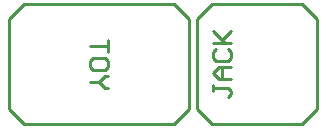
<source format=gto>
G04*
G04 #@! TF.GenerationSoftware,Altium Limited,Altium Designer,23.8.1 (32)*
G04*
G04 Layer_Color=65535*
%FSLAX44Y44*%
%MOMM*%
G71*
G04*
G04 #@! TF.SameCoordinates,8C212BC7-2EBF-43A3-9F74-7BE937482DC7*
G04*
G04*
G04 #@! TF.FilePolarity,Positive*
G04*
G01*
G75*
%ADD10C,0.2540*%
D10*
X12700Y101600D02*
X25400Y114300D01*
X12700Y25400D02*
Y101600D01*
X25400Y114300D02*
X152400D01*
X184150Y12700D02*
X260350D01*
X184150Y114300D02*
X260350D01*
X171450Y25400D02*
X184150Y12700D01*
X171450Y101600D02*
X184150Y114300D01*
X171450Y25400D02*
Y101600D01*
X260350Y12700D02*
X273050Y25400D01*
X260350Y114300D02*
X273050Y101600D01*
Y25400D02*
Y101600D01*
X25400Y12700D02*
X152400D01*
X165100Y25400D02*
Y101600D01*
X152400Y114300D02*
X165100Y101600D01*
X152400Y12700D02*
X165100Y25400D01*
X12700D02*
X25400Y12700D01*
X185425Y45726D02*
Y40647D01*
Y43187D01*
X198121D01*
X200660Y40647D01*
Y38108D01*
X198121Y35569D01*
X200660Y50804D02*
X190503D01*
X185425Y55883D01*
X190503Y60961D01*
X200660D01*
X193043D01*
Y50804D01*
X187964Y76196D02*
X185425Y73657D01*
Y68578D01*
X187964Y66039D01*
X198121D01*
X200660Y68578D01*
Y73657D01*
X198121Y76196D01*
X185425Y81274D02*
X200660D01*
X195582D01*
X185425Y91431D01*
X193043Y83813D01*
X200660Y91431D01*
X96517Y83813D02*
Y73657D01*
Y78735D01*
X81283D01*
X96517Y60961D02*
Y66039D01*
X93978Y68578D01*
X83822D01*
X81283Y66039D01*
Y60961D01*
X83822Y58422D01*
X93978D01*
X96517Y60961D01*
Y53343D02*
X93978D01*
X88900Y48265D01*
X93978Y43187D01*
X96517D01*
X88900Y48265D02*
X81283D01*
M02*

</source>
